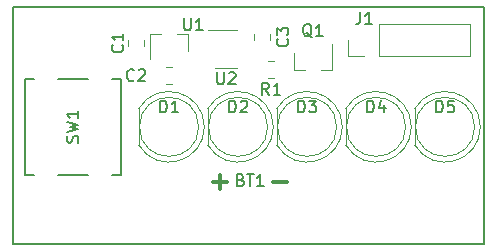
<source format=gbr>
%TF.GenerationSoftware,KiCad,Pcbnew,(5.0.0)*%
%TF.CreationDate,2019-11-18T15:30:06-06:00*%
%TF.ProjectId,Light-Up Hat,4C696768742D5570204861742E6B6963,rev?*%
%TF.SameCoordinates,Original*%
%TF.FileFunction,Legend,Top*%
%TF.FilePolarity,Positive*%
%FSLAX46Y46*%
G04 Gerber Fmt 4.6, Leading zero omitted, Abs format (unit mm)*
G04 Created by KiCad (PCBNEW (5.0.0)) date 11/18/19 15:30:06*
%MOMM*%
%LPD*%
G01*
G04 APERTURE LIST*
%ADD10C,0.300000*%
%ADD11C,0.200000*%
%ADD12C,0.120000*%
%ADD13C,0.150000*%
G04 APERTURE END LIST*
D10*
X146494571Y-106279142D02*
X147637428Y-106279142D01*
X141414571Y-106279142D02*
X142557428Y-106279142D01*
X141986000Y-106850571D02*
X141986000Y-105707714D01*
D11*
X124460000Y-111506000D02*
X124460000Y-91440000D01*
X164338000Y-111506000D02*
X124460000Y-111506000D01*
X164338000Y-91440000D02*
X164338000Y-111506000D01*
X124460000Y-91440000D02*
X164338000Y-91440000D01*
D12*
X135584000Y-94229422D02*
X135584000Y-94746578D01*
X134164000Y-94229422D02*
X134164000Y-94746578D01*
X137926578Y-96572000D02*
X137409422Y-96572000D01*
X137926578Y-97992000D02*
X137409422Y-97992000D01*
X144832000Y-94238578D02*
X144832000Y-93721422D01*
X146252000Y-94238578D02*
X146252000Y-93721422D01*
X140658000Y-101600462D02*
G75*
G03X135108000Y-100055170I-2990000J462D01*
G01*
X140658000Y-101599538D02*
G75*
G02X135108000Y-103144830I-2990000J-462D01*
G01*
X140168000Y-101600000D02*
G75*
G03X140168000Y-101600000I-2500000J0D01*
G01*
X135108000Y-100055000D02*
X135108000Y-103145000D01*
X140950000Y-100055000D02*
X140950000Y-103145000D01*
X146010000Y-101600000D02*
G75*
G03X146010000Y-101600000I-2500000J0D01*
G01*
X146500000Y-101599538D02*
G75*
G02X140950000Y-103144830I-2990000J-462D01*
G01*
X146500000Y-101600462D02*
G75*
G03X140950000Y-100055170I-2990000J462D01*
G01*
X152342000Y-101600462D02*
G75*
G03X146792000Y-100055170I-2990000J462D01*
G01*
X152342000Y-101599538D02*
G75*
G02X146792000Y-103144830I-2990000J-462D01*
G01*
X151852000Y-101600000D02*
G75*
G03X151852000Y-101600000I-2500000J0D01*
G01*
X146792000Y-100055000D02*
X146792000Y-103145000D01*
X152634000Y-100055000D02*
X152634000Y-103145000D01*
X157694000Y-101600000D02*
G75*
G03X157694000Y-101600000I-2500000J0D01*
G01*
X158184000Y-101599538D02*
G75*
G02X152634000Y-103144830I-2990000J-462D01*
G01*
X158184000Y-101600462D02*
G75*
G03X152634000Y-100055170I-2990000J462D01*
G01*
X164026000Y-101600462D02*
G75*
G03X158476000Y-100055170I-2990000J462D01*
G01*
X164026000Y-101599538D02*
G75*
G02X158476000Y-103144830I-2990000J-462D01*
G01*
X163536000Y-101600000D02*
G75*
G03X163536000Y-101600000I-2500000J0D01*
G01*
X158476000Y-100055000D02*
X158476000Y-103145000D01*
X163128000Y-95564000D02*
X163128000Y-92904000D01*
X155448000Y-95564000D02*
X163128000Y-95564000D01*
X155448000Y-92904000D02*
X163128000Y-92904000D01*
X155448000Y-95564000D02*
X155448000Y-92904000D01*
X154178000Y-95564000D02*
X152848000Y-95564000D01*
X152848000Y-95564000D02*
X152848000Y-94234000D01*
X146562578Y-96064000D02*
X146045422Y-96064000D01*
X146562578Y-97484000D02*
X146045422Y-97484000D01*
D13*
X125476000Y-101600000D02*
X125476000Y-105664000D01*
X125476000Y-105664000D02*
X126238000Y-105664000D01*
X128270000Y-105664000D02*
X130810000Y-105664000D01*
X132842000Y-105664000D02*
X133604000Y-105664000D01*
X133604000Y-105664000D02*
X133604000Y-101600000D01*
X133604000Y-101600000D02*
X133604000Y-97536000D01*
X133604000Y-97536000D02*
X132842000Y-97536000D01*
X130810000Y-97536000D02*
X128270000Y-97536000D01*
X125476000Y-101600000D02*
X125476000Y-97536000D01*
X125476000Y-97536000D02*
X126238000Y-97536000D01*
D12*
X141594000Y-96606000D02*
X143394000Y-96606000D01*
X143394000Y-93386000D02*
X140944000Y-93386000D01*
X148280000Y-96772000D02*
X149210000Y-96772000D01*
X151440000Y-96772000D02*
X150510000Y-96772000D01*
X151440000Y-96772000D02*
X151440000Y-94612000D01*
X148280000Y-96772000D02*
X148280000Y-95312000D01*
X139248000Y-93728000D02*
X139248000Y-95188000D01*
X136088000Y-93728000D02*
X136088000Y-95888000D01*
X136088000Y-93728000D02*
X137018000Y-93728000D01*
X139248000Y-93728000D02*
X138318000Y-93728000D01*
D13*
X143740285Y-106100571D02*
X143883142Y-106148190D01*
X143930761Y-106195809D01*
X143978380Y-106291047D01*
X143978380Y-106433904D01*
X143930761Y-106529142D01*
X143883142Y-106576761D01*
X143787904Y-106624380D01*
X143406952Y-106624380D01*
X143406952Y-105624380D01*
X143740285Y-105624380D01*
X143835523Y-105672000D01*
X143883142Y-105719619D01*
X143930761Y-105814857D01*
X143930761Y-105910095D01*
X143883142Y-106005333D01*
X143835523Y-106052952D01*
X143740285Y-106100571D01*
X143406952Y-106100571D01*
X144264095Y-105624380D02*
X144835523Y-105624380D01*
X144549809Y-106624380D02*
X144549809Y-105624380D01*
X145692666Y-106624380D02*
X145121238Y-106624380D01*
X145406952Y-106624380D02*
X145406952Y-105624380D01*
X145311714Y-105767238D01*
X145216476Y-105862476D01*
X145121238Y-105910095D01*
X133707142Y-94654666D02*
X133754761Y-94702285D01*
X133802380Y-94845142D01*
X133802380Y-94940380D01*
X133754761Y-95083238D01*
X133659523Y-95178476D01*
X133564285Y-95226095D01*
X133373809Y-95273714D01*
X133230952Y-95273714D01*
X133040476Y-95226095D01*
X132945238Y-95178476D01*
X132850000Y-95083238D01*
X132802380Y-94940380D01*
X132802380Y-94845142D01*
X132850000Y-94702285D01*
X132897619Y-94654666D01*
X133802380Y-93702285D02*
X133802380Y-94273714D01*
X133802380Y-93988000D02*
X132802380Y-93988000D01*
X132945238Y-94083238D01*
X133040476Y-94178476D01*
X133088095Y-94273714D01*
X134707333Y-97639142D02*
X134659714Y-97686761D01*
X134516857Y-97734380D01*
X134421619Y-97734380D01*
X134278761Y-97686761D01*
X134183523Y-97591523D01*
X134135904Y-97496285D01*
X134088285Y-97305809D01*
X134088285Y-97162952D01*
X134135904Y-96972476D01*
X134183523Y-96877238D01*
X134278761Y-96782000D01*
X134421619Y-96734380D01*
X134516857Y-96734380D01*
X134659714Y-96782000D01*
X134707333Y-96829619D01*
X135088285Y-96829619D02*
X135135904Y-96782000D01*
X135231142Y-96734380D01*
X135469238Y-96734380D01*
X135564476Y-96782000D01*
X135612095Y-96829619D01*
X135659714Y-96924857D01*
X135659714Y-97020095D01*
X135612095Y-97162952D01*
X135040666Y-97734380D01*
X135659714Y-97734380D01*
X147677142Y-94146666D02*
X147724761Y-94194285D01*
X147772380Y-94337142D01*
X147772380Y-94432380D01*
X147724761Y-94575238D01*
X147629523Y-94670476D01*
X147534285Y-94718095D01*
X147343809Y-94765714D01*
X147200952Y-94765714D01*
X147010476Y-94718095D01*
X146915238Y-94670476D01*
X146820000Y-94575238D01*
X146772380Y-94432380D01*
X146772380Y-94337142D01*
X146820000Y-94194285D01*
X146867619Y-94146666D01*
X146772380Y-93813333D02*
X146772380Y-93194285D01*
X147153333Y-93527619D01*
X147153333Y-93384761D01*
X147200952Y-93289523D01*
X147248571Y-93241904D01*
X147343809Y-93194285D01*
X147581904Y-93194285D01*
X147677142Y-93241904D01*
X147724761Y-93289523D01*
X147772380Y-93384761D01*
X147772380Y-93670476D01*
X147724761Y-93765714D01*
X147677142Y-93813333D01*
X136929904Y-100378380D02*
X136929904Y-99378380D01*
X137168000Y-99378380D01*
X137310857Y-99426000D01*
X137406095Y-99521238D01*
X137453714Y-99616476D01*
X137501333Y-99806952D01*
X137501333Y-99949809D01*
X137453714Y-100140285D01*
X137406095Y-100235523D01*
X137310857Y-100330761D01*
X137168000Y-100378380D01*
X136929904Y-100378380D01*
X138453714Y-100378380D02*
X137882285Y-100378380D01*
X138168000Y-100378380D02*
X138168000Y-99378380D01*
X138072761Y-99521238D01*
X137977523Y-99616476D01*
X137882285Y-99664095D01*
X142771904Y-100378380D02*
X142771904Y-99378380D01*
X143010000Y-99378380D01*
X143152857Y-99426000D01*
X143248095Y-99521238D01*
X143295714Y-99616476D01*
X143343333Y-99806952D01*
X143343333Y-99949809D01*
X143295714Y-100140285D01*
X143248095Y-100235523D01*
X143152857Y-100330761D01*
X143010000Y-100378380D01*
X142771904Y-100378380D01*
X143724285Y-99473619D02*
X143771904Y-99426000D01*
X143867142Y-99378380D01*
X144105238Y-99378380D01*
X144200476Y-99426000D01*
X144248095Y-99473619D01*
X144295714Y-99568857D01*
X144295714Y-99664095D01*
X144248095Y-99806952D01*
X143676666Y-100378380D01*
X144295714Y-100378380D01*
X148613904Y-100378380D02*
X148613904Y-99378380D01*
X148852000Y-99378380D01*
X148994857Y-99426000D01*
X149090095Y-99521238D01*
X149137714Y-99616476D01*
X149185333Y-99806952D01*
X149185333Y-99949809D01*
X149137714Y-100140285D01*
X149090095Y-100235523D01*
X148994857Y-100330761D01*
X148852000Y-100378380D01*
X148613904Y-100378380D01*
X149518666Y-99378380D02*
X150137714Y-99378380D01*
X149804380Y-99759333D01*
X149947238Y-99759333D01*
X150042476Y-99806952D01*
X150090095Y-99854571D01*
X150137714Y-99949809D01*
X150137714Y-100187904D01*
X150090095Y-100283142D01*
X150042476Y-100330761D01*
X149947238Y-100378380D01*
X149661523Y-100378380D01*
X149566285Y-100330761D01*
X149518666Y-100283142D01*
X154455904Y-100378380D02*
X154455904Y-99378380D01*
X154694000Y-99378380D01*
X154836857Y-99426000D01*
X154932095Y-99521238D01*
X154979714Y-99616476D01*
X155027333Y-99806952D01*
X155027333Y-99949809D01*
X154979714Y-100140285D01*
X154932095Y-100235523D01*
X154836857Y-100330761D01*
X154694000Y-100378380D01*
X154455904Y-100378380D01*
X155884476Y-99711714D02*
X155884476Y-100378380D01*
X155646380Y-99330761D02*
X155408285Y-100045047D01*
X156027333Y-100045047D01*
X160297904Y-100378380D02*
X160297904Y-99378380D01*
X160536000Y-99378380D01*
X160678857Y-99426000D01*
X160774095Y-99521238D01*
X160821714Y-99616476D01*
X160869333Y-99806952D01*
X160869333Y-99949809D01*
X160821714Y-100140285D01*
X160774095Y-100235523D01*
X160678857Y-100330761D01*
X160536000Y-100378380D01*
X160297904Y-100378380D01*
X161774095Y-99378380D02*
X161297904Y-99378380D01*
X161250285Y-99854571D01*
X161297904Y-99806952D01*
X161393142Y-99759333D01*
X161631238Y-99759333D01*
X161726476Y-99806952D01*
X161774095Y-99854571D01*
X161821714Y-99949809D01*
X161821714Y-100187904D01*
X161774095Y-100283142D01*
X161726476Y-100330761D01*
X161631238Y-100378380D01*
X161393142Y-100378380D01*
X161297904Y-100330761D01*
X161250285Y-100283142D01*
X153844666Y-91908380D02*
X153844666Y-92622666D01*
X153797047Y-92765523D01*
X153701809Y-92860761D01*
X153558952Y-92908380D01*
X153463714Y-92908380D01*
X154844666Y-92908380D02*
X154273238Y-92908380D01*
X154558952Y-92908380D02*
X154558952Y-91908380D01*
X154463714Y-92051238D01*
X154368476Y-92146476D01*
X154273238Y-92194095D01*
X146137333Y-98876380D02*
X145804000Y-98400190D01*
X145565904Y-98876380D02*
X145565904Y-97876380D01*
X145946857Y-97876380D01*
X146042095Y-97924000D01*
X146089714Y-97971619D01*
X146137333Y-98066857D01*
X146137333Y-98209714D01*
X146089714Y-98304952D01*
X146042095Y-98352571D01*
X145946857Y-98400190D01*
X145565904Y-98400190D01*
X147089714Y-98876380D02*
X146518285Y-98876380D01*
X146804000Y-98876380D02*
X146804000Y-97876380D01*
X146708761Y-98019238D01*
X146613523Y-98114476D01*
X146518285Y-98162095D01*
X129944761Y-102933333D02*
X129992380Y-102790476D01*
X129992380Y-102552380D01*
X129944761Y-102457142D01*
X129897142Y-102409523D01*
X129801904Y-102361904D01*
X129706666Y-102361904D01*
X129611428Y-102409523D01*
X129563809Y-102457142D01*
X129516190Y-102552380D01*
X129468571Y-102742857D01*
X129420952Y-102838095D01*
X129373333Y-102885714D01*
X129278095Y-102933333D01*
X129182857Y-102933333D01*
X129087619Y-102885714D01*
X129040000Y-102838095D01*
X128992380Y-102742857D01*
X128992380Y-102504761D01*
X129040000Y-102361904D01*
X128992380Y-102028571D02*
X129992380Y-101790476D01*
X129278095Y-101600000D01*
X129992380Y-101409523D01*
X128992380Y-101171428D01*
X129992380Y-100266666D02*
X129992380Y-100838095D01*
X129992380Y-100552380D02*
X128992380Y-100552380D01*
X129135238Y-100647619D01*
X129230476Y-100742857D01*
X129278095Y-100838095D01*
X141732095Y-96988380D02*
X141732095Y-97797904D01*
X141779714Y-97893142D01*
X141827333Y-97940761D01*
X141922571Y-97988380D01*
X142113047Y-97988380D01*
X142208285Y-97940761D01*
X142255904Y-97893142D01*
X142303523Y-97797904D01*
X142303523Y-96988380D01*
X142732095Y-97083619D02*
X142779714Y-97036000D01*
X142874952Y-96988380D01*
X143113047Y-96988380D01*
X143208285Y-97036000D01*
X143255904Y-97083619D01*
X143303523Y-97178857D01*
X143303523Y-97274095D01*
X143255904Y-97416952D01*
X142684476Y-97988380D01*
X143303523Y-97988380D01*
X149764761Y-94019619D02*
X149669523Y-93972000D01*
X149574285Y-93876761D01*
X149431428Y-93733904D01*
X149336190Y-93686285D01*
X149240952Y-93686285D01*
X149288571Y-93924380D02*
X149193333Y-93876761D01*
X149098095Y-93781523D01*
X149050476Y-93591047D01*
X149050476Y-93257714D01*
X149098095Y-93067238D01*
X149193333Y-92972000D01*
X149288571Y-92924380D01*
X149479047Y-92924380D01*
X149574285Y-92972000D01*
X149669523Y-93067238D01*
X149717142Y-93257714D01*
X149717142Y-93591047D01*
X149669523Y-93781523D01*
X149574285Y-93876761D01*
X149479047Y-93924380D01*
X149288571Y-93924380D01*
X150669523Y-93924380D02*
X150098095Y-93924380D01*
X150383809Y-93924380D02*
X150383809Y-92924380D01*
X150288571Y-93067238D01*
X150193333Y-93162476D01*
X150098095Y-93210095D01*
X138938095Y-92416380D02*
X138938095Y-93225904D01*
X138985714Y-93321142D01*
X139033333Y-93368761D01*
X139128571Y-93416380D01*
X139319047Y-93416380D01*
X139414285Y-93368761D01*
X139461904Y-93321142D01*
X139509523Y-93225904D01*
X139509523Y-92416380D01*
X140509523Y-93416380D02*
X139938095Y-93416380D01*
X140223809Y-93416380D02*
X140223809Y-92416380D01*
X140128571Y-92559238D01*
X140033333Y-92654476D01*
X139938095Y-92702095D01*
M02*

</source>
